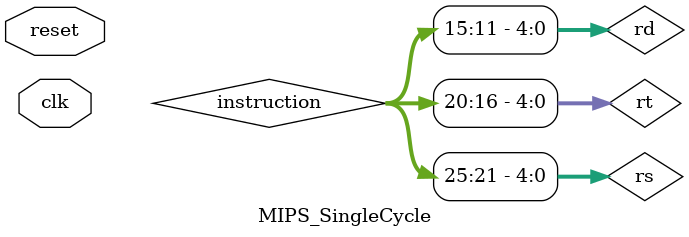
<source format=sv>

module MIPS_SingleCycle (
	input wire clk,
	input wire reset
);

	// Sinais de interconexão
	wire [31:0] pc_current, pc_next, pc_plus4, pc_branch;
	wire [31:0] instruction;
	wire [4:0] rs, rt, rd;
	wire [31:0] reg_data1, reg_data2, alu_srcB, alu_result;
	wire [31:0] imm_ext, shifted_imm, mem_read_data;
	wire [3:0] alu_control;
	wire [31:0] write_back_data;
	wire branch_taken;
	wire zero_flag;

	// Sinais de controle
	wire RegDst, Branch, MemRead, MemtoReg, MemWrite, ALUSrc, RegWrite;
	wire [1:0] ALUOp;

	// Program Counter
	ProgramCounter PC (
    	.clk(clk),
    	.reset(reset),
    	.enable(1'b1),  // PC sempre atualizado em 1 ciclo
    	.pc_next(pc_next),
    	.pc(pc_current)
	);

	// PC + 4
	pcadder4 AdderPC4 (
    	.pc(pc_current),
    	.y(pc_plus4)
	);

	// Memória de Instrução
	instruction_memory IMEM (
    	.address(pc_current),
    	.instruction(instruction)
	);

	// Decode fields
	assign rs = instruction[25:21];
	assign rt = instruction[20:16];
	assign rd = instruction[15:11];

	// Unidade de Controle
	ControlUnit CU (
    	.opcode(instruction[31:26]),
    	.RegDst(RegDst),
    	.Branch(Branch),
    	.MemRead(MemRead),
    	.MemtoReg(MemtoReg),
    	.ALUOp(ALUOp),
    	.MemWrite(MemWrite),
    	.ALUSrc(ALUSrc),
    	.RegWrite(RegWrite)
	);

	// wire precisa estar declarado ANTES do uso!
wire [4:0] mux_reg_dst;

// Banco de Registradores
regfile RF (
	.clk(clk),
	.we3(RegWrite),
	.ra1(rs),
	.ra2(rt),
	.wa3(mux_reg_dst),
	.wd3(write_back_data),
	.rd1(reg_data1),
	.rd2(reg_data2)
);

// Mux para seleção do registrador destino
mux2 #(5) MuxRegDst (
	.d0(rt),
	.d1(rd),
	.s(RegDst),
	.y(mux_reg_dst)
);


	// Extensor de Sinal
	SignExtend SE (
    	.in(instruction[15:0]),
    	.out(imm_ext)
	);

	// Mux para segundo operando da ALU
	mux2 #(32) MuxALUSrc (
    	.d0(reg_data2),
    	.d1(imm_ext),
    	.s(ALUSrc),
    	.y(alu_srcB)
	);

	// Unidade de Seleção de Operação da ALU
	OperationSelector ALUOpSelector (
    	.Mode(ALUOp),
    	.InstructionFunct(instruction[5:0]),
    	.OpCode(alu_control)
	);

	// Unidade Lógica e Aritmética
	ArithmeticLogicUnit ALU (
    	.InputA(reg_data1),
    	.InputB(alu_srcB),
    	.Operation(alu_control),
    	.Result(alu_result),
    	.IsZero(zero_flag)
	);

	// Memória de Dados
	DataMemory DMEM (
    	.clk(clk),
    	.mem_read(MemRead),
    	.mem_write(MemWrite),
    	.addr(alu_result),
    	.write_data(reg_data2),
    	.read_data(mem_read_data)
	);

	// Mux para seleção do dado que será escrito no registrador
	mux2 #(32) MuxMemToReg (
    	.d0(alu_result),
    	.d1(mem_read_data),
    	.s(MemtoReg),
    	.y(write_back_data)
	);

	// Deslocamento do imediato << 2
	shiftleft SL2 (
    	.a(imm_ext),
    	.y(shifted_imm)
	);

	// Soma PC + deslocamento (PC Branch)
	PCBranch BranchAdder (
    	.pc_plus_4(pc_plus4),
    	.imm_ext(imm_ext),
    	.pc_branch_out(pc_branch)
	);

	// Verificação de Branch
	assign branch_taken = Branch & zero_flag;

	// Seleção do próximo valor do PC
	mux2 #(32) MuxPCSrc (
    	.d0(pc_plus4),
    	.d1(pc_branch),
    	.s(branch_taken),
    	.y(pc_next)
	);

endmodule

</source>
